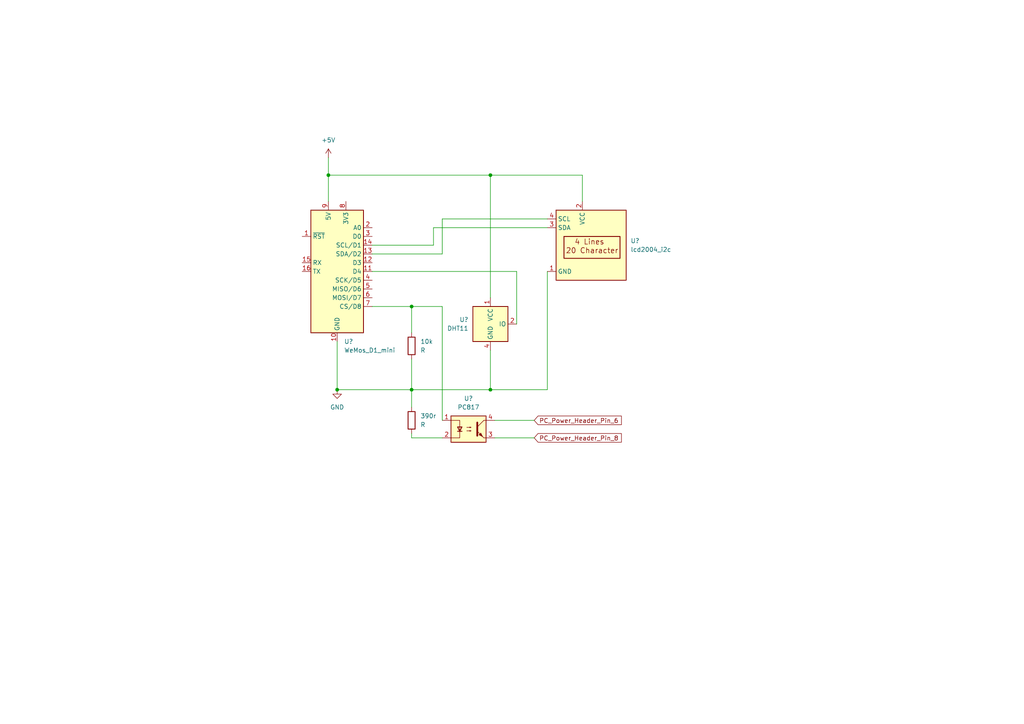
<source format=kicad_sch>
(kicad_sch (version 20211123) (generator eeschema)
  (paper "A4")
  (lib_symbols
    (symbol "Device:R" (pin_numbers hide) (pin_names (offset 0))
      (property "Reference" "R" (at 2.032 0 90))
      (property "Value" "R" (at 0 0 90))
      (symbol "R_0_1"
        (rectangle (start -1.016 -2.54) (end 1.016 2.54) (stroke (width 0.254)))
      )
      (symbol "R_1_1"
        (pin passive line (at 0 3.81 270) (length 1.27) (name "~") (number "1"))
        (pin passive line (at 0 -3.81 90) (length 1.27) (name "~") (number "2"))
      )
    )
    (symbol "Display_Character:lcd2004_i2c"
      (property "Reference" "U" (at -8.89 11.43 0))
      (property "Value" "lcd2004_i2c" (at 3.556 11.684 0))
      (symbol "lcd2004_i2c_0_0"
        (rectangle (start -7.874 2.54) (end 8.382 -3.81) (stroke (width 0.254)))
        (text "20 Character" (at -7.366 -1.524 0) (effects (font (size 1.524 1.524)) (justify left)))
        (text "4 Lines" (at -4.826 1.016 0) (effects (font (size 1.524 1.524)) (justify left)))
      )
      (symbol "lcd2004_i2c_0_1"
        (rectangle (start -10.16 10.16) (end 10.16 -10.16) (stroke (width 0.254)) (fill (type background)))
      )
      (symbol "lcd2004_i2c_1_1"
        (pin power_out line (at -12.7 -7.62 0) (length 2.54) (name "GND") (number "1"))
        (pin power_in line (at -2.54 12.7 270) (length 2.54) (name "VCC") (number "2"))
        (pin bidirectional line (at -12.7 5.08 0) (length 2.54) (name "SDA") (number "3"))
        (pin input line (at -12.7 7.62 0) (length 2.54) (name "SCL") (number "4"))
      )
    )
    (symbol "Isolator:PC817" (pin_names (offset 1.016))
      (property "Reference" "U" (at -5.08 5.08 0))
      (property "Value" "PC817" (at 0 5.08 0))
      (symbol "PC817_0_1"
        (rectangle (start -5.08 3.81) (end 5.08 -3.81) (stroke (width 0.254)) (fill (type background)))
        (polyline (pts (xy -3.175 -0.635) (xy -1.905 -0.635)) (stroke (width 0.254)))
        (polyline (pts (xy 2.54 0.635) (xy 4.445 2.54)))
        (polyline (pts (xy 4.445 -2.54) (xy 2.54 -0.635)) (fill (type outline)))
        (polyline (pts (xy 4.445 -2.54) (xy 5.08 -2.54)))
        (polyline (pts (xy 4.445 2.54) (xy 5.08 2.54)))
        (polyline (pts (xy -5.08 2.54) (xy -2.54 2.54) (xy -2.54 -0.635)))
        (polyline (pts (xy -2.54 -0.635) (xy -2.54 -2.54) (xy -5.08 -2.54)))
        (polyline (pts (xy 2.54 1.905) (xy 2.54 -1.905) (xy 2.54 -1.905)) (stroke (width 0.508)))
        (polyline (pts (xy -2.54 -0.635) (xy -3.175 0.635) (xy -1.905 0.635) (xy -2.54 -0.635)) (stroke (width 0.254)))
        (polyline (pts (xy -0.508 -0.508) (xy 0.762 -0.508) (xy 0.381 -0.635) (xy 0.381 -0.381) (xy 0.762 -0.508)))
        (polyline (pts (xy -0.508 0.508) (xy 0.762 0.508) (xy 0.381 0.381) (xy 0.381 0.635) (xy 0.762 0.508)))
        (polyline (pts (xy 3.048 -1.651) (xy 3.556 -1.143) (xy 4.064 -2.159) (xy 3.048 -1.651) (xy 3.048 -1.651)) (fill (type outline)))
      )
      (symbol "PC817_1_1"
        (pin passive line (at -7.62 2.54 0) (length 2.54) (name "~") (number "1"))
        (pin passive line (at -7.62 -2.54 0) (length 2.54) (name "~") (number "2"))
        (pin passive line (at 7.62 -2.54 180) (length 2.54) (name "~") (number "3"))
        (pin passive line (at 7.62 2.54 180) (length 2.54) (name "~") (number "4"))
      )
    )
    (symbol "MCU_Module:WeMos_D1_mini"
      (property "Reference" "U" (at 3.81 19.05 0))
      (property "Value" "WeMos_D1_mini" (at 1.27 -19.05 0))
      (symbol "WeMos_D1_mini_1_1"
        (rectangle (start -7.62 17.78) (end 7.62 -17.78) (stroke (width 0.254)) (fill (type background)))
        (pin input line (at -10.16 10.16 0) (length 2.54) (name "~{RST}") (number "1"))
        (pin power_in line (at 0 -20.32 90) (length 2.54) (name "GND") (number "10"))
        (pin bidirectional line (at 10.16 0 180) (length 2.54) (name "D4") (number "11"))
        (pin bidirectional line (at 10.16 2.54 180) (length 2.54) (name "D3") (number "12"))
        (pin bidirectional line (at 10.16 5.08 180) (length 2.54) (name "SDA/D2") (number "13"))
        (pin bidirectional line (at 10.16 7.62 180) (length 2.54) (name "SCL/D1") (number "14"))
        (pin input line (at -10.16 2.54 0) (length 2.54) (name "RX") (number "15"))
        (pin output line (at -10.16 0 0) (length 2.54) (name "TX") (number "16"))
        (pin input line (at 10.16 12.7 180) (length 2.54) (name "A0") (number "2"))
        (pin bidirectional line (at 10.16 10.16 180) (length 2.54) (name "D0") (number "3"))
        (pin bidirectional line (at 10.16 -2.54 180) (length 2.54) (name "SCK/D5") (number "4"))
        (pin bidirectional line (at 10.16 -5.08 180) (length 2.54) (name "MISO/D6") (number "5"))
        (pin bidirectional line (at 10.16 -7.62 180) (length 2.54) (name "MOSI/D7") (number "6"))
        (pin bidirectional line (at 10.16 -10.16 180) (length 2.54) (name "CS/D8") (number "7"))
        (pin power_out line (at 2.54 20.32 270) (length 2.54) (name "3V3") (number "8"))
        (pin power_in line (at -2.54 20.32 270) (length 2.54) (name "5V") (number "9"))
      )
    )
    (symbol "Sensor:DHT11"
      (property "Reference" "U" (at -3.81 6.35 0))
      (property "Value" "DHT11" (at 3.81 6.35 0))
      (symbol "DHT11_0_1"
        (rectangle (start -5.08 5.08) (end 5.08 -5.08) (stroke (width 0.254)) (fill (type background)))
      )
      (symbol "DHT11_1_1"
        (pin power_in line (at 0 7.62 270) (length 2.54) (name "VCC") (number "1"))
        (pin bidirectional line (at 7.62 0 180) (length 2.54) (name "IO") (number "2"))
        (pin no_connect line (at -5.08 0 0) (length 2.54) hide (name "NC") (number "3"))
        (pin power_in line (at 0 -7.62 90) (length 2.54) (name "GND") (number "4"))
      )
    )
    (symbol "power:+5V" (power) (pin_names (offset 0))
      (property "Value" "+5V" (at 0 3.556 0))
      (symbol "+5V_0_1"
        (polyline (pts (xy -0.762 1.27) (xy 0 2.54)))
        (polyline (pts (xy 0 0) (xy 0 2.54)))
        (polyline (pts (xy 0 2.54) (xy 0.762 1.27)))
      )
      (symbol "+5V_1_1"
        (pin power_in line (at 0 0 90) (length 0) hide (name "+5V") (number "1"))
      )
    )
    (symbol "power:GND" (power) (pin_names (offset 0))
      (property "Value" "GND" (at 0 -3.81 0))
      (symbol "GND_0_1"
        (polyline (pts (xy 0 0) (xy 0 -1.27) (xy 1.27 -1.27) (xy 0 -2.54) (xy -1.27 -1.27) (xy 0 -1.27)))
      )
      (symbol "GND_1_1"
        (pin power_in line (at 0 0 270) (length 0) hide (name "GND") (number "1"))
      )
    )
  )
  (junction (at 119.38 88.9))
  (junction (at 95.25 50.8))
  (junction (at 142.24 50.8))
  (junction (at 142.24 113.03))
  (junction (at 97.79 113.03))
  (junction (at 119.38 113.03))
  (wire (pts (xy 97.79 113.03) (xy 119.38 113.03)))
  (wire (pts (xy 107.95 78.74) (xy 149.86 78.74)))
  (wire (pts (xy 119.38 113.03) (xy 119.38 118.11)))
  (wire (pts (xy 119.38 125.73) (xy 119.38 127)))
  (wire (pts (xy 119.38 88.9) (xy 128.27 88.9)))
  (wire (pts (xy 119.38 88.9) (xy 107.95 88.9)))
  (wire (pts (xy 95.25 50.8) (xy 95.25 58.42)))
  (wire (pts (xy 95.25 45.72) (xy 95.25 50.8)))
  (wire (pts (xy 143.51 121.92) (xy 154.94 121.92)))
  (wire (pts (xy 119.38 127) (xy 128.27 127)))
  (wire (pts (xy 149.86 78.74) (xy 149.86 93.98)))
  (wire (pts (xy 158.75 113.03) (xy 142.24 113.03)))
  (wire (pts (xy 168.91 58.42) (xy 168.91 50.8)))
  (wire (pts (xy 158.75 78.74) (xy 158.75 113.03)))
  (wire (pts (xy 119.38 104.14) (xy 119.38 113.03)))
  (wire (pts (xy 125.73 66.04) (xy 158.75 66.04)))
  (wire (pts (xy 119.38 113.03) (xy 142.24 113.03)))
  (wire (pts (xy 97.79 99.06) (xy 97.79 113.03)))
  (wire (pts (xy 95.25 50.8) (xy 142.24 50.8)))
  (wire (pts (xy 142.24 50.8) (xy 168.91 50.8)))
  (wire (pts (xy 107.95 71.12) (xy 125.73 71.12)))
  (wire (pts (xy 125.73 71.12) (xy 125.73 66.04)))
  (wire (pts (xy 107.95 73.66) (xy 128.27 73.66)))
  (wire (pts (xy 128.27 73.66) (xy 128.27 63.5)))
  (wire (pts (xy 119.38 96.52) (xy 119.38 88.9)))
  (wire (pts (xy 142.24 101.6) (xy 142.24 113.03)))
  (wire (pts (xy 128.27 63.5) (xy 158.75 63.5)))
  (wire (pts (xy 128.27 88.9) (xy 128.27 121.92)))
  (wire (pts (xy 142.24 50.8) (xy 142.24 86.36)))
  (wire (pts (xy 143.51 127) (xy 154.94 127)))
  (global_label "PC_Power_Header_Pin_6" (shape input) (at 154.94 121.92 0) (property "Intersheet References" "${INTERSHEET_REFS}" (effects hide)))
  (global_label "PC_Power_Header_Pin_8" (shape input) (at 154.94 127 0) (property "Intersheet References" "${INTERSHEET_REFS}" (effects hide)))
  (symbol (lib_id "power:+5V") (at 95.25 45.72 0) (unit 1)
    (property "Reference" "#PWR?" (effects hide))
    (property "Value" "+5V" (at 95.25 40.64 0))
  )
  (symbol (lib_id "Display_Character:lcd2004_i2c") (at 171.45 71.12 0) (unit 1)
    (property "Reference" "U?" (at 182.88 69.8499 0) (effects (justify left)))
    (property "Value" "lcd2004_i2c" (at 182.88 72.3899 0) (effects (justify left)))
    (property "Footprint" "Display:EA_T123X-I2C" (effects hide))
    (property "Datasheet" "http://www.lcd-module.de/pdf/doma/t123-i2c.pdf" (effects hide))
  )
  (symbol (lib_id "Isolator:PC817") (at 135.89 124.46 0) (unit 1)
    (property "Reference" "U?" (at 135.89 115.57 0))
    (property "Value" "PC817" (at 135.89 118.11 0))
    (property "Footprint" "Package_DIP:DIP-4_W7.62mm" (effects hide))
    (property "Datasheet" "http://www.soselectronic.cz/a_info/resource/d/pc817.pdf" (effects hide))
  )
  (symbol (lib_id "Device:R") (at 119.38 121.92 0) (unit 1)
    (property "Reference" "390r" (at 121.92 120.6499 0) (effects (justify left)))
    (property "Value" "R" (at 121.92 123.1899 0) (effects (justify left)))
  )
  (symbol (lib_id "Sensor:DHT11") (at 142.24 93.98 0) (unit 1)
    (property "Reference" "U?" (at 135.89 92.7099 0) (effects (justify right)))
    (property "Value" "DHT11" (at 135.89 95.2499 0) (effects (justify right)))
    (property "Footprint" "Sensor:Aosong_DHT11_5.5x12.0_P2.54mm" (effects hide))
    (property "Datasheet" "http://akizukidenshi.com/download/ds/aosong/DHT11.pdf" (effects hide))
  )
  (symbol (lib_id "Device:R") (at 119.38 100.33 0) (unit 1)
    (property "Reference" "10k" (at 121.92 99.0599 0) (effects (justify left)))
    (property "Value" "R" (at 121.92 101.5999 0) (effects (justify left)))
  )
  (symbol (lib_id "power:GND") (at 97.79 113.03 0) (unit 1)
    (property "Reference" "#PWR?" (effects hide))
    (property "Value" "GND" (at 97.79 118.11 0))
  )
  (symbol (lib_id "MCU_Module:WeMos_D1_mini") (at 97.79 78.74 0) (unit 1)
    (property "Reference" "U?" (at 99.8094 99.06 0) (effects (justify left)))
    (property "Value" "WeMos_D1_mini" (at 99.8094 101.6 0) (effects (justify left)))
    (property "Footprint" "Module:WEMOS_D1_mini_light" (effects hide))
    (property "Datasheet" "https://wiki.wemos.cc/products:d1:d1_mini#documentation" (effects hide))
  )
)
</source>
